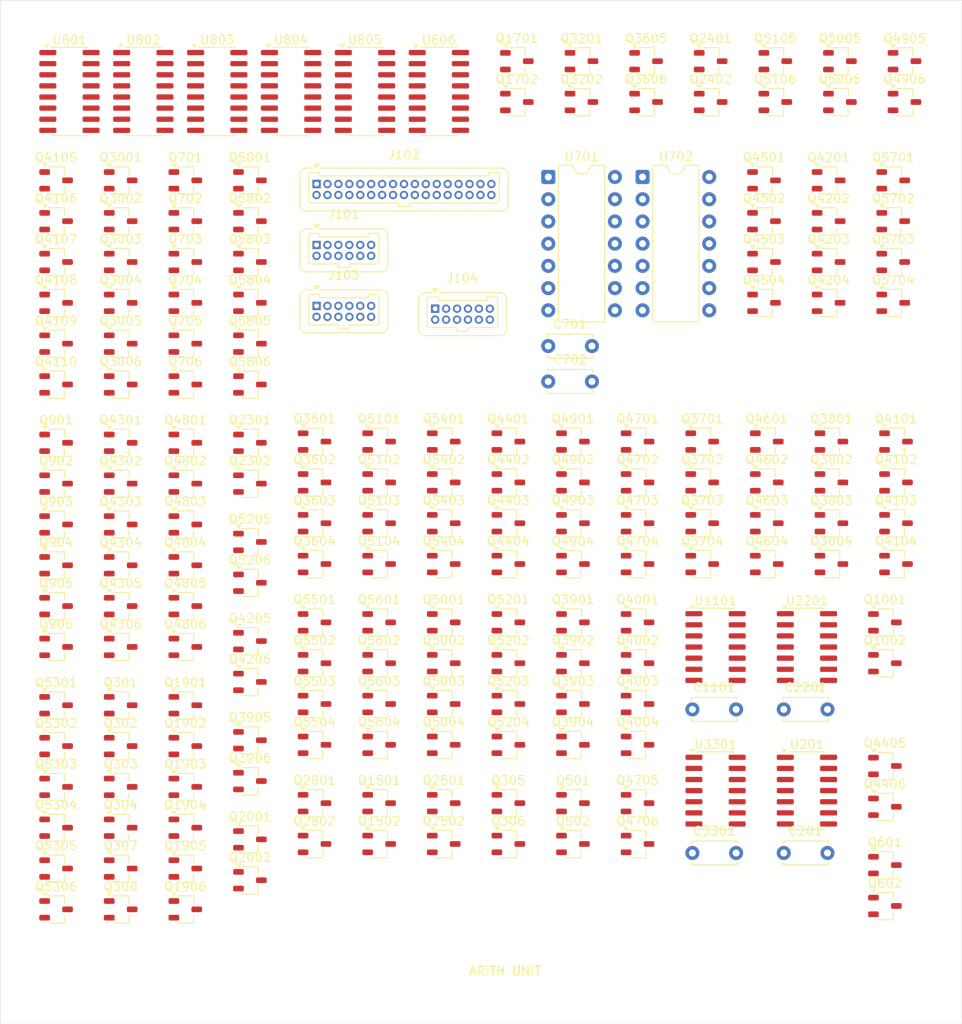
<source format=kicad_pcb>
(kicad_pcb (version 20241229) (generator "pcbnew") (generator_version "9.0")
  (layers (0 "F.Cu" signal) (2 "B.Cu" signal) (13 "F.Paste" user) (15 "B.Paste" user) (5 "F.SilkS" user "F.Silkscreen") (7 "B.SilkS" user "B.Silkscreen") (1 "F.Mask" user) (3 "B.Mask" user) (25 "Edge.Cuts" user))
  (net 0 "")
  (net 1 "GND")
  (net 2 "VCC")
  (net 73 "Net-(Q301-D)")
  (net 74 "/M")
  (net 75 "Net-(Q302-D)")
  (net 76 "/CTRL1")
  (net 77 "/adder8/adder2_1/and2_1/nand2_1/Y")
  (net 78 "/adder8/adder2_1/and2_1/Y")
  (net 79 "/C_IN")
  (net 80 "/adder8/adder2_1/and2_3/Y")
  (net 81 "/adder8/adder2_1/and2_3/nand2_1/Y")
  (net 82 "/adder8/adder2_1/and2_4/Y")
  (net 83 "/adder8/adder2_1/and2_4/nand2_1/Y")
  (net 84 "Net-(Q701-D)")
  (net 85 "Net-(Q702-D)")
  (net 86 "/adder8/adder2_1/and2_2/Y")
  (net 87 "/adder8/adder2_1/and2_3/A")
  (net 88 "Net-(Q901-D)")
  (net 89 "/CTRL4")
  (net 90 "Net-(Q902-D)")
  (net 91 "/CTRL0")
  (net 92 "/adder8/adder2_1/and2_2/nand2_1/Y")
  (net 93 "/adder8/adder2_2/and2_2/Y")
  (net 94 "/adder8/adder2_2/and2_2/nand2_1/Y")
  (net 95 "/adder8/adder2_2/and2_1/Y")
  (net 96 "/adder8/adder2_2/and2_1/nand2_1/Y")
  (net 97 "Net-(Q1901-D)")
  (net 98 "Net-(Q1902-D)")
  (net 99 "/adder8/adder2_2/and2_3/A")
  (net 100 "/adder8/adder2_3/and2_2/Y")
  (net 101 "/adder8/adder2_3/and2_2/nand2_1/Y")
  (net 102 "/adder8/adder2_2/and2_4/Y")
  (net 103 "/adder8/adder2_2/and2_4/nand2_1/Y")
  (net 104 "/adder8/adder2_4/and2_2/nand2_1/Y")
  (net 105 "/adder8/adder2_4/and2_2/Y")
  (net 106 "/adder8/adder2_2/and2_3/nand2_1/Y")
  (net 107 "/adder8/adder2_2/and2_3/Y")
  (net 108 "/adder8/adder2_3/and2_1/nand2_1/Y")
  (net 109 "/adder8/adder2_3/and2_1/Y")
  (net 110 "Net-(Q3001-D)")
  (net 111 "Net-(Q3002-D)")
  (net 112 "/adder8/adder2_3/and2_3/A")
  (net 113 "/adder8/adder2_3/and2_3/Y")
  (net 114 "/adder8/adder2_3/and2_3/nand2_1/Y")
  (net 115 "/and2_3/nand2_1/Y")
  (net 116 "/and2_3/B")
  (net 117 "Net-(Q3602-S)")
  (net 118 "/adder8/adder2_4/and2_3/nand2_1/Y")
  (net 119 "/adder8/adder2_4/and2_3/Y")
  (net 120 "/and2_1/A")
  (net 121 "/and2_1/nand2_1/Y")
  (net 122 "/and2_1/B")
  (net 123 "Net-(Q3702-S)")
  (net 124 "/and2_2/nand2_1/Y")
  (net 125 "Net-(Q3802-S)")
  (net 126 "Net-(Q3902-S)")
  (net 127 "/adder8/adder2_1/and2_1/B")
  (net 128 "/adder8/adder2_4/and2_1/nand2_1/Y")
  (net 129 "/adder8/adder2_4/and2_1/Y")
  (net 130 "A0")
  (net 131 "/adder8/B0")
  (net 132 "Net-(Q4002-S)")
  (net 133 "Net-(Q4102-S)")
  (net 134 "/adder8/adder2_1/and2_3/B")
  (net 135 "Net-(Q4105-D)")
  (net 136 "Net-(Q4106-D)")
  (net 137 "/adder8/adder2_4/and2_3/A")
  (net 138 "A1")
  (net 139 "/adder8/B1")
  (net 140 "Net-(Q4202-S)")
  (net 141 "/adder8/adder2_3/and2_4/Y")
  (net 142 "/adder8/adder2_3/and2_4/nand2_1/Y")
  (net 143 "/adder8/adder2_1/or2_2/A")
  (net 144 "Net-(Q4301-D)")
  (net 145 "Net-(Q4302-D)")
  (net 146 "/adder8/adder2_1/C_OUT")
  (net 147 "/adder8/adder2_2/and2_1/B")
  (net 148 "Net-(Q4402-S)")
  (net 149 "/adder8/adder2_4/and2_4/nand2_1/Y")
  (net 150 "/adder8/adder2_4/and2_4/Y")
  (net 151 "A2")
  (net 152 "Net-(Q4502-S)")
  (net 153 "/adder8/B2")
  (net 154 "/adder8/adder2_2/and2_3/B")
  (net 155 "Net-(Q4602-S)")
  (net 156 "A3")
  (net 157 "/adder8/B3")
  (net 158 "Net-(Q4702-S)")
  (net 159 "/B_SEL0")
  (net 160 "Net-(Q4801-D)")
  (net 161 "/adder8/adder2_2/or2_2/A")
  (net 162 "Net-(Q4802-D)")
  (net 163 "/adder8/adder2_2/C_OUT")
  (net 164 "Net-(Q4902-S)")
  (net 165 "/adder8/adder2_3/and2_1/B")
  (net 166 "/CTRL2")
  (net 167 "A4")
  (net 168 "/adder8/B4")
  (net 169 "Net-(Q5002-S)")
  (net 170 "Net-(Q5102-S)")
  (net 171 "/adder8/adder2_3/and2_3/B")
  (net 172 "A5")
  (net 173 "Net-(Q5202-S)")
  (net 174 "/adder8/B5")
  (net 175 "/B_SEL1")
  (net 176 "/adder8/adder2_3/or2_2/A")
  (net 177 "Net-(Q5301-D)")
  (net 178 "Net-(Q5302-D)")
  (net 179 "/adder8/adder2_3/C_OUT")
  (net 180 "/adder8/adder2_4/and2_1/B")
  (net 181 "Net-(Q5402-S)")
  (net 182 "A6")
  (net 183 "Net-(Q5502-S)")
  (net 184 "/adder8/B6")
  (net 185 "/adder8/adder2_4/and2_3/B")
  (net 186 "Net-(Q5602-S)")
  (net 187 "A7")
  (net 188 "/adder8/B7")
  (net 189 "Net-(Q5702-S)")
  (net 190 "Net-(Q5801-D)")
  (net 191 "/adder8/adder2_4/or2_2/A")
  (net 192 "Net-(Q5802-D)")
  (net 193 "C_OUT")
  (net 194 "SUM1")
  (net 195 "SUM0")
  (net 196 "/4to1mux1/Y0")
  (net 197 "/4to1mux1/Y1")
  (net 198 "/4to1mux1/Y3")
  (net 199 "/4to1mux1/Y2")
  (net 200 "/4to1mux1/Y4")
  (net 201 "/4to1mux1/Y5")
  (net 202 "/4to1mux1/Y6")
  (net 203 "/4to1mux1/Y7")
  (net 204 "Net-(U801-Za)")
  (net 205 "Net-(U801-Zc)")
  (net 206 "B0")
  (net 207 "/4to1mux1/B0")
  (net 208 "Net-(U801-Zb)")
  (net 209 "B2")
  (net 210 "B3")
  (net 211 "B1")
  (net 212 "Net-(U801-Zd)")
  (net 213 "Net-(U802-Zc)")
  (net 214 "B5")
  (net 215 "Net-(U802-Zb)")
  (net 216 "B4")
  (net 217 "B7")
  (net 218 "Net-(U802-Za)")
  (net 219 "Net-(U802-Zd)")
  (net 220 "B6")
  (net 221 "Net-(U803-Zb)")
  (net 222 "Net-(U803-Za)")
  (net 223 "Net-(U803-Zc)")
  (net 224 "Net-(U803-Zd)")
  (net 225 "Net-(U804-Za)")
  (net 226 "Net-(U804-Zc)")
  (net 227 "Net-(U804-Zb)")
  (net 228 "Net-(U804-Zd)")
  (net 229 "SUM3")
  (net 230 "SUM2")
  (net 231 "SUM5")
  (net 232 "SUM4")
  (net 233 "SUM7")
  (net 234 "SUM6")
  (footprint "Package_TO_SOT_SMD:TSOT-23" (layer "F.Cu") (at 81.17 54.085)
    (property "Reference" "Q701")
    (property "Value" "NMOS")
  )
  (footprint "Package_TO_SOT_SMD:TSOT-23" (layer "F.Cu") (at 118.12 83.935)
    (property "Reference" "Q4401")
    (property "Value" "PMOS")
  )
  (footprint "Capacitor_THT:C_Disc_D5.0mm_W2.5mm_P5.00mm" (layer "F.Cu") (at 122.68 73.02)
    (property "Reference" "C701")
    (property "Value" "100nF")
  )
  (footprint "Package_TO_SOT_SMD:TSOT-23" (layer "F.Cu") (at 73.78 98.07)
    (property "Reference" "Q4304")
    (property "Value" "NMOS")
  )
  (footprint "Package_TO_SOT_SMD:TSOT-23" (layer "F.Cu") (at 88.56 58.75)
    (property "Reference" "Q5802")
    (property "Value" "PMOS")
  )
  (footprint "Package_TO_SOT_SMD:TSOT-23" (layer "F.Cu") (at 147.68 93.265)
    (property "Reference" "Q4603")
    (property "Value" "NMOS")
  )
  (footprint "Package_TO_SOT_SMD:TSOT-23" (layer "F.Cu") (at 125.51 113.925)
    (property "Reference" "Q3903")
    (property "Value" "NMOS")
  )
  (footprint "Package_TO_SOT_SMD:TSOT-23" (layer "F.Cu") (at 103.34 93.265)
    (property "Reference" "Q5103")
    (property "Value" "NMOS")
  )
  (footprint "Package_TO_SOT_SMD:TSOT-23" (layer "F.Cu") (at 81.17 102.735)
    (property "Reference" "Q4805")
    (property "Value" "PMOS")
  )
  (footprint "Package_TO_SOT_SMD:TSOT-23" (layer "F.Cu") (at 162.14 58.75)
    (property "Reference" "Q5702")
    (property "Value" "NMOS")
  )
  (footprint "Package_TO_SOT_SMD:TSOT-23" (layer "F.Cu") (at 119.09 45.13)
    (property "Reference" "Q1702")
    (property "Value" "NMOS")
  )
  (footprint "Package_TO_SOT_SMD:TSOT-23" (layer "F.Cu") (at 95.95 109.26)
    (property "Reference" "Q5502")
    (property "Value" "NMOS")
  )
  (footprint "Package_TO_SOT_SMD:TSOT-23" (layer "F.Cu") (at 66.39 58.75)
    (property "Reference" "Q4106")
    (property "Value" "PMOS")
  )
  (footprint "Package_TO_SOT_SMD:TSOT-23" (layer "F.Cu") (at 148.65 45.13)
    (property "Reference" "Q5106")
    (property "Value" "NMOS")
  )
  (footprint "Package_TO_SOT_SMD:TSOT-23" (layer "F.Cu") (at 125.51 104.595)
    (property "Reference" "Q3901")
    (property "Value" "PMOS")
  )
  (footprint "Package_TO_SOT_SMD:TSOT-23" (layer "F.Cu") (at 95.95 113.925)
    (property "Reference" "Q5503")
    (property "Value" "NMOS")
  )
  (footprint "Package_TO_SOT_SMD:TSOT-23" (layer "F.Cu") (at 88.56 63.415)
    (property "Reference" "Q5803")
    (property "Value" "PMOS")
  )
  (footprint "Package_TO_SOT_SMD:TSOT-23" (layer "F.Cu") (at 73.78 132.725)
    (property "Reference" "Q307")
    (property "Value" "PMOS")
  )
  (footprint "Capacitor_THT:C_Disc_D5.0mm_W2.5mm_P5.00mm" (layer "F.Cu") (at 139.17 130.95)
    (property "Reference" "C3301")
    (property "Value" "100nF")
  )
  (footprint "Package_TO_SOT_SMD:TSOT-23" (layer "F.Cu") (at 66.39 132.725)
    (property "Reference" "Q5305")
    (property "Value" "PMOS")
  )
  (footprint "Package_TO_SOT_SMD:TSOT-23" (layer "F.Cu") (at 155.07 83.935)
    (property "Reference" "Q3801")
    (property "Value" "PMOS")
  )
  (footprint "Package_TO_SOT_SMD:TSOT-23" (layer "F.Cu") (at 125.51 97.93)
    (property "Reference" "Q4904")
    (property "Value" "PMOS")
  )
  (footprint "Package_TO_SOT_SMD:TSOT-23" (layer "F.Cu") (at 125.51 129.92)
    (property "Reference" "Q502")
    (property "Value" "NMOS")
  )
  (footprint "Connector_Harwin:Harwin_Gecko-G125-FVX3405L0X_2x17_P1.25mm_Vertical" (layer "F.Cu") (at 96.18 54.505)
    (property "Reference" "J102")
    (property "Value" "Conn_01x34_Pin")
  )
  (footprint "Package_DIP:DIP-14_W7.62mm" (layer "F.Cu") (at 133.47 53.7)
    (property "Reference" "U702")
    (property "Value" "74HC86")
  )
  (footprint "Package_TO_SOT_SMD:TSOT-23" (layer "F.Cu") (at 154.75 68.08)
    (property "Reference" "Q4204")
    (property "Value" "PMOS")
  )
  (footprint "Package_TO_SOT_SMD:TSOT-23" (layer "F.Cu") (at 156.04 45.13)
    (property "Reference" "Q5006")
    (property "Value" "NMOS")
  )
  (footprint "Package_TO_SOT_SMD:TSOT-23" (layer "F.Cu") (at 81.17 118.73)
    (property "Reference" "Q1902")
    (property "Value" "PMOS")
  )
  (footprint "Package_TO_SOT_SMD:TSOT-23" (layer "F.Cu") (at 88.56 84.075)
    (property "Reference" "Q2301")
    (property "Value" "PMOS")
  )
  (footprint "Package_TO_SOT_SMD:TSOT-23" (layer "F.Cu") (at 132.9 88.6)
    (property "Reference" "Q4702")
    (property "Value" "NMOS")
  )
  (footprint "Package_TO_SOT_SMD:TSOT-23" (layer "F.Cu") (at 73.78 77.41)
    (property "Reference" "Q3006")
    (property "Value" "NMOS")
  )
  (footprint "Package_TO_SOT_SMD:TSOT-23" (layer "F.Cu") (at 66.39 107.4)
    (property "Reference" "Q906")
    (property "Value" "NMOS")
  )
  (footprint "Package_TO_SOT_SMD:TSOT-23" (layer "F.Cu") (at 133.87 45.13)
    (property "Reference" "Q3606")
    (property "Value" "NMOS")
  )
  (footprint "Package_TO_SOT_SMD:TSOT-23" (layer "F.Cu") (at 66.39 54.085)
    (property "Reference" "Q4105")
    (property "Value" "NMOS")
  )
  (footprint "Package_TO_SOT_SMD:TSOT-23" (layer "F.Cu") (at 140.29 97.93)
    (property "Reference" "Q3704")
    (property "Value" "PMOS")
  )
  (footprint "Package_TO_SOT_SMD:TSOT-23" (layer "F.Cu") (at 81.17 88.74)
    (property "Reference" "Q4802")
    (property "Value" "PMOS")
  )
  (footprint "Package_TO_SOT_SMD:TSOT-23" (layer "F.Cu") (at 73.78 58.75)
    (property "Reference" "Q3002")
    (property "Value" "PMOS")
  )
  (footprint "Package_TO_SOT_SMD:TSOT-23" (layer "F.Cu") (at 126.48 45.13)
    (property "Reference" "Q3202")
    (property "Value" "NMOS")
  )
  (footprint "Package_SO:SOIC-16_3.9x9.9mm_P1.27mm" (layer "F.Cu") (at 76.37 43.925)
    (property "Reference" "U802")
    (property "Value" "74HC157")
  )
  (footprint "Package_TO_SOT_SMD:TSOT-23" (layer "F.Cu") (at 73.78 102.735)
    (property "Reference" "Q4305")
    (property "Value" "PMOS")
  )
  (footprint "Package_TO_SOT_SMD:TSOT-23" (layer "F.Cu") (at 162.46 88.6)
    (property "Reference" "Q4102")
    (property "Value" "NMOS")
  )
  (footprint "Package_SO:SOIC-14_3.9x8.7mm_P1.27mm" (layer "F.Cu") (at 141.82 123.825)
    (property "Reference" "U3301")
    (property "Value" "74HC86")
  )
  (footprint "Package_TO_SOT_SMD:TSOT-23" (layer "F.Cu") (at 73.78 84.075)
    (property "Reference" "Q4301")
    (property "Value" "NMOS")
  )
  (footprint "Package_TO_SOT_SMD:TSOT-23" (layer "F.Cu") (at 118.12 125.255)
    (property "Reference" "Q305")
    (property "Value" "PMOS")
  )
  (footprint "Package_TO_SOT_SMD:TSOT-23" (layer "F.Cu") (at 66.39 68.08)
    (property "Reference" "Q4108")
    (property "Value" "NMOS")
  )
  (footprint "Package_SO:SOIC-16_3.9x9.9mm_P1.27mm" (layer "F.Cu") (at 67.92 43.925)
    (property "Reference" "U801")
    (property "Value" "74HC157")
  )
  (footprint "Package_TO_SOT_SMD:TSOT-23" (layer "F.Cu") (at 162.14 54.085)
    (property "Reference" "Q5701")
    (property "Value" "PMOS")
  )
  (footprint "Package_TO_SOT_SMD:TSOT-23" (layer "F.Cu") (at 95.95 97.93)
    (property "Reference" "Q3604")
    (property "Value" "PMOS")
  )
  (footprint "Package_TO_SOT_SMD:TSOT-23" (layer "F.Cu") (at 132.9 83.935)
    (property "Reference" "Q4701")
    (property "Value" "PMOS")
  )
  (footprint "Package_TO_SOT_SMD:TSOT-23" (layer "F.Cu") (at 88.56 111.4)
    (property "Reference" "Q4206")
    (property "Value" "NMOS")
  )
  (footprint "Package_TO_SOT_SMD:TSOT-23" (layer "F.Cu") (at 125.51 83.935)
    (property "Reference" "Q4901")
    (property "Value" "PMOS")
  )
  (footprint "Package_TO_SOT_SMD:TSOT-23" (layer "F.Cu") (at 162.14 68.08)
    (property "Reference" "Q5704")
    (property "Value" "PMOS")
  )
  (footprint "Package_TO_SOT_SMD:TSOT-23" (layer "F.Cu") (at 110.73 93.265)
    (property "Reference" "Q5403")
    (property "Value" "NMOS")
  )
  (footprint "Package_TO_SOT_SMD:TSOT-23" (layer "F.Cu") (at 118.12 129.92)
    (property "Reference" "Q306")
    (property "Value" "NMOS")
  )
  (footprint "Package_SO:SOIC-16_3.9x9.9mm_P1.27mm" (layer "F.Cu") (at 110.17 43.925)
    (property "Reference" "U806")
    (property "Value" "74HC157")
  )
  (footprint "Package_TO_SOT_SMD:TSOT-23" (layer "F.Cu") (at 73.78 123.395)
    (property "Reference" "Q303")
    (property "Value" "PMOS")
  )
  (footprint "Package_TO_SOT_SMD:TSOT-23" (layer "F.Cu") (at 103.34 97.93)
    (property "Reference" "Q5104")
    (property "Value" "PMOS")
  )
  (footprint "Package_TO_SOT_SMD:TSOT-23" (layer "F.Cu") (at 66.39 84.075)
    (property "Reference" "Q901")
    (property "Value" "NMOS")
  )
  (footprint "Package_TO_SOT_SMD:TSOT-23" (layer "F.Cu") (at 66.39 72.745)
    (property "Reference" "Q4109")
    (property "Value" "PMOS")
  )
  (footprint "Package_TO_SOT_SMD:TSOT-23" (layer "F.Cu") (at 103.34 118.59)
    (property "Reference" "Q5604")
    (property "Value" "PMOS")
  )
  (footprint "Package_TO_SOT_SMD:TSOT-23" (layer "F.Cu") (at 66.39 118.73)
    (property "Reference" "Q5302")
    (property "Value" "PMOS")
  )
  (footprint "Package_TO_SOT_SMD:TSOT-23" (layer "F.Cu") (at 103.34 109.26)
    (property "Reference" "Q5602")
    (property "Value" "NMOS")
  )
  (footprint "Package_TO_SOT_SMD:TSOT-23" (layer "F.Cu") (at 81.17 114.065)
    (property "Reference" "Q1901")
    (property "Value" "NMOS")
  )
  (footprint "Package_TO_SOT_SMD:TSOT-23" (layer "F.Cu") (at 66.39 63.415)
    (property "Reference" "Q4107")
    (property "Value" "PMOS")
  )
  (footprint "Package_TO_SOT_SMD:TSOT-23" (layer "F.Cu") (at 88.56 129.395)
    (property "Reference" "Q2001")
    (property "Value" "PMOS")
  )
  (footprint "Package_TO_SOT_SMD:TSOT-23" (layer "F.Cu") (at 110.73 125.255)
    (property "Reference" "Q2501")
    (property "Value" "PMOS")
  )
  (footprint "Package_TO_SOT_SMD:TSOT-23" (layer "F.Cu") (at 125.51 109.26)
    (property "Reference" "Q3902")
    (property "Value" "NMOS")
  )
  (footprint "Package_TO_SOT_SMD:TSOT-23" (layer "F.Cu") (at 66.39 102.735)
    (property "Reference" "Q905")
    (property "Value" "PMOS")
  )
  (footprint "Package_TO_SOT_SMD:TSOT-23" (layer "F.Cu") (at 132.9 118.59)
    (property "Reference" "Q4004")
    (property "Value" "PMOS")
  )
  (footprint "Package_TO_SOT_SMD:TSOT-23" (layer "F.Cu") (at 162.46 97.93)
    (property "Reference" "Q4104")
    (property "Value" "PMOS")
  )
  (footprint "Package_TO_SOT_SMD:TSOT-23" (layer "F.Cu") (at 66.39 123.395)
    (property "Reference" "Q5303")
    (property "Value" "PMOS")
  )
  (footprint "Package_TO_SOT_SMD:TSOT-23" (layer "F.Cu") (at 147.68 97.93)
    (property "Reference" "Q4604")
    (property "Value" "PMOS")
  )
  (footprint "Package_TO_SOT_SMD:TSOT-23" (layer "F.Cu") (at 103.34 113.925)
    (property "Reference" "Q5603")
    (property "Value" "NMOS")
  )
  (footprint "Package_TO_SOT_SMD:TSOT-23" (layer "F.Cu") (at 110.73 129.92)
    (property "Reference" "Q2502")
    (property "Value" "NMOS")
  )
  (footprint "Package_TO_SOT_SMD:TSOT-23" (layer "F.Cu") (at 95.95 104.595)
    (property "Reference" "Q5501")
    (property "Value" "PMOS")
  )
  (footprint "Package_TO_SOT_SMD:TSOT-23" (layer "F.Cu") (at 73.78 88.74)
    (property "Reference" "Q4302")
    (property "Value" "PMOS")
  )
  (footprint "Package_TO_SOT_SMD:TSOT-23" (layer "F.Cu") (at 66.39 98.07)
    (property "Reference" "Q904")
    (property "Value" "NMOS")
  )
  (footprint "Package_TO_SOT_SMD:TSOT-23" (layer "F.Cu") (at 132.9 125.255)
    (property "Reference" "Q4705")
    (property "Value" "PMOS")
  )
  (footprint "Connector_Harwin:Harwin_Gecko-G125-FVX1205L0X_2x06_P1.25mm_Vertical" (layer "F.Cu") (at 109.75 68.75)
    (property "Reference" "J104")
    (property "Value" "Conn_01x12_Pin")
  )
  (footprint "Package_TO_SOT_SMD:TSOT-23" (layer "F.Cu") (at 110.73 109.26)
    (property "Reference" "Q5002")
    (property "Value" "NMOS")
  )
  (footprint "Package_TO_SOT_SMD:TSOT-23" (layer "F.Cu") (at 148.65 40.465)
    (property "Reference" "Q5105")
    (property "Value" "PMOS")
  )
  (footprint "Package_TO_SOT_SMD:TSOT-23" (layer "F.Cu") (at 141.26 45.13)
    (property "Reference" "Q2402")
    (property "Value" "NMOS")
  )
  (footprint "Package_TO_SOT_SMD:TSOT-23" (layer "F.Cu") (at 118.12 93.265)
    (property "Reference" "Q4403")
    (property "Value" "NMOS")
  )
  (footprint "Package_TO_SOT_SMD:TSOT-23" (layer "F.Cu") (at 66.39 77.41)
    (property "Reference" "Q4110")
    (property "Value" "NMOS")
  )
  (footprint "Package_TO_SOT_SMD:TSOT-23" (layer "F.Cu") (at 147.36 63.415)
    (property "Reference" "Q4503")
    (property "Value" "NMOS")
  )
  (footprint "Package_TO_SOT_SMD:TSOT-23" (layer "F.Cu") (at 110.73 88.6)
    (property "Reference" "Q5402")
    (property "Value" "NMOS")
  )
  (footprint "Package_SO:SOIC-14_3.9x8.7mm_P1.27mm" (layer "F.Cu") (at 141.82 107.415)
    (property "Reference" "U1101")
    (property "Value" "74HC86")
  )
  (footprint "Package_TO_SOT_SMD:TSOT-23" (layer "F.Cu") (at 118.12 118.59)
    (property "Reference" "Q5204")
    (property "Value" "PMOS")
  )
  (footprint "Package_TO_SOT_SMD:TSOT-23" (layer "F.Cu") (at 81.17 128.06)
    (property "Reference" "Q1904")
    (property "Value" "NMOS")
  )
  (footprint "Package_SO:SOIC-16_3.9x9.9mm_P1.27mm" (layer "F.Cu") (at 84.82 43.925)
    (property "Reference" "U803")
    (property "Value" "74HC157")
  )
  (footprint "Package_TO_SOT_SMD:TSOT-23" (layer "F.Cu") (at 147.68 88.6)
    (property "Reference" "Q4602")
    (property "Value" "NMOS")
  )
  (footprint "Package_TO_SOT_SMD:TSOT-23" (layer "F.Cu") (at 95.95 129.92)
    (property "Reference" "Q2802")
    (property "Value" "NMOS")
  )
  (footprint "Package_TO_SOT_SMD:TSOT-23" (layer "F.Cu") (at 161.19 125.67)
    (property "Reference" "Q4406")
    (property "Value" "NMOS")
  )
  (footprint "Capacitor_THT:C_Disc_D5.0mm_W2.5mm_P5.00mm" (layer "F.Cu") (at 149.62 114.54)
    (property "Reference" "C2201")
    (property "Value" "100nF")
  )
  (footprint "Package_TO_SOT_SMD:TSOT-23" (layer "F.Cu") (at 110.73 118.59)
    (property "Reference" "Q5004")
    (property "Value" "PMOS")
  )
  (footprint "Package_TO_SOT_SMD:TSOT-23" (layer "F.Cu") (at 88.56 134.06)
    (property "Reference" "Q2002")
    (property "Value" "NMOS")
  )
  (footprint "Package_TO_SOT_SMD:TSOT-23" (layer "F.Cu") (at 81.17 77.41)
    (property "Reference" "Q706")
    (property "Value" "NMOS")
  )
  (footprint "Package_TO_SOT_SMD:TSOT-23" (layer "F.Cu") (at 125.51 88.6)
    (property "Reference" "Q4902")
    (property "Value" "NMOS")
  )
  (footprint "Package_TO_SOT_SMD:TSOT-23" (layer "F.Cu") (at 81.17 58.75)
    (property "Reference" "Q702")
    (property "Value" "PMOS")
  )
  (footprint "Package_TO_SOT_SMD:TSOT-23" (layer "F.Cu") (at 147.68 83.935)
    (property "Reference" "Q4601")
    (property "Value" "PMOS")
  )
  (footprint "Package_TO_SOT_SMD:TSOT-23" (layer "F.Cu") (at 132.9 109.26)
    (property "Reference" "Q4002")
    (property "Value" "NMOS")
  )
  (footprint "Package_TO_SOT_SMD:TSOT-23" (layer "F.Cu") (at 103.34 125.255)
    (property "Reference" "Q1501")
    (property "Value" "PMOS")
  )
  (footprint "Package_TO_SOT_SMD:TSOT-23" (layer "F.Cu") (at 133.87 40.465)
    (property "Reference" "Q3605")
    (property "Value" "PMOS")
  )
  (footprint "Package_TO_SOT_SMD:TSOT-23" (layer "F.Cu") (at 161.19 121.005)
    (property "Reference" "Q4405")
    (property "Value" "PMOS")
  )
  (footprint "Package_TO_SOT_SMD:TSOT-23" (layer "F.Cu") (at 161.19 104.595)
    (property "Reference" "Q1001")
    (property "Value" "PMOS")
  )
  (footprint "Package_TO_SOT_SMD:TSOT-23" (layer "F.Cu") (at 155.07 93.265)
    (property "Reference" "Q3803")
    (property "Value" "NMOS")
  )
  (footprint "Package_TO_SOT_SMD:TSOT-23" (layer "F.Cu") (at 66.39 88.74)
    (property "Reference" "Q902")
    (property "Value" "PMOS")
  )
  (footprint "Package_TO_SOT_SMD:TSOT-23" (layer "F.Cu") (at 73.78 54.085)
    (property "Reference" "Q3001")
    (property "Value" "NMOS")
  )
  (footprint "Package_TO_SOT_SMD:TSOT-23" (layer "F.Cu") (at 81.17 137.39)
    (property "Reference" "Q1906")
    (property "Value" "NMOS")
  )
  (footprint "Package_TO_SOT_SMD:TSOT-23" (layer "F.Cu") (at 88.56 106.735)
    (property "Reference" "Q4205")
    (property "Value" "PMOS")
  )
  (footprint "Package_TO_SOT_SMD:TSOT-23" (layer "F.Cu") (at 141.26 40.465)
    (property "Reference" "Q2401")
    (property "Value" "PMOS")
  )
  (footprint "Package_TO_SOT_SMD:TSOT-23" (layer "F.Cu") (at 66.39 128.06)
    (property "Reference" "Q5304")
    (property "Value" "NMOS")
  )
  (footprint "Package_TO_SOT_SMD:TSOT-23" (layer "F.Cu") (at 88.56 122.73)
    (property "Reference" "Q3906")
    (property "Value" "NMOS")
  )
  (footprint "Package_TO_SOT_SMD:TSOT-23" (layer "F.Cu") (at 81.17 93.405)
    (property "Reference" "Q4803")
    (property "Value" "PMOS")
  )
  (footprint "Package_TO_SOT_SMD:TSOT-23" (layer "F.Cu") (at 140.29 93.265)
    (property "Reference" "Q3703")
    (property "Value" "NMOS")
  )
  (footprint "Package_TO_SOT_SMD:TSOT-23" (layer "F.Cu") (at 162.46 83.935)
    (property "Reference" "Q4101")
    (property "Value" "PMOS")
  )
  (footprint "Package_TO_SOT_SMD:TSOT-23" (layer "F.Cu") (at 125.51 93.265)
    (property "Reference" "Q4903")
    (property "Value" "NMOS")
  )
  (footprint "Capacitor_THT:C_Disc_D5.0mm_W2.5mm_P5.00mm" (layer "F.Cu") (at 139.17 114.54)
    (property "Reference" "C1101")
    (property "Value" "100nF")
  )
  (footprint "Package_TO_SOT_SMD:TSOT-23" (layer "F.Cu") (at 118.12 109.26)
    (property "Reference" "Q5202")
    (property "Value" "NMOS")
  )
  (footprint "Package_TO_SOT_SMD:TSOT-23" (layer "F.Cu") (at 73.78 128.06)
    (property "Reference" "Q304")
    (property "Value" "NMOS")
  )
  (footprint "Package_TO_SOT_SMD:TSOT-23" (layer "F.Cu") (at 81.17 132.725)
    (property "Reference" "Q1905")
    (property "Value" "PMOS")
  )
  (footprint "Package_TO_SOT_SMD:TSOT-23" (layer "F.Cu") (at 110.73 97.93)
    (property "Reference" "Q5404")
    (property "Value" "PMOS")
  )
  (footprint "Package_TO_SOT_SMD:TSOT-23" (layer "F.Cu") (at 132.9 104.595)
    (property "Reference" "Q4001")
    (property "Value" "PMOS")
  )
  (footprint "Package_TO_SOT_SMD:TSOT-23" (layer "F.Cu") (at 103.34 104.595)
    (property "Reference" "Q5601")
    (property "Value" "PMOS")
  )
  (footprint "Package_TO_SOT_SMD:TSOT-23" (layer "F.Cu") (at 163.43 40.465)
    (property "Reference" "Q4905")
    (property "Value" "PMOS")
  )
  (footprint "Package_TO_SOT_SMD:TSOT-23" (layer "F.Cu") (at 81.17 84.075)
    (property "Reference" "Q4801")
    (property "Value" "NMOS")
  )
  (footprint "Package_TO_SOT_SMD:TSOT-23" (layer "F.Cu") (at 66.39 114.065)
    (property "Reference" "Q5301")
    (property "Value" "NMOS")
  )
  (footprint "Package_TO_SOT_SMD:TSOT-23" (layer "F.Cu") (at 132.9 113.925)
    (property "Reference" "Q4003")
    (property "Value" "NMOS")
  )
  (footprint "Package_TO_SOT_SMD:TSOT-23" (layer "F.Cu") (at 154.75 54.085)
    (property "Reference" "Q4201")
    (property "Value" "PMOS")
  )
  (footprint "Package_TO_SOT_SMD:TSOT-23" (layer "F.Cu") (at 73.78 72.745)
    (property "Reference" "Q3005")
    (property "Value" "PMOS")
  )
  (footprint "Package_TO_SOT_SMD:TSOT-23" (layer "F.Cu") (at 88.56 54.085)
    (property "Reference" "Q5801")
    (property "Value" "NMOS")
  )
  (footprint "Package_TO_SOT_SMD:TSOT-23" (layer "F.Cu") (at 81.17 107.4)
    (property "Reference" "Q4806")
    (property "Value" "NMOS")
  )
  (footprint "Package_TO_SOT_SMD:TSOT-23" (layer "F.Cu") (at 88.56 95.405)
    (property "Reference" "Q5205")
    (property "Value" "PMOS")
  )
  (footprint "Package_TO_SOT_SMD:TSOT-23" (layer "F.Cu") (at 147.36 54.085)
    (property "Reference" "Q4501")
    (property "Value" "PMOS")
  )
  (footprint "Package_TO_SOT_SMD:TSOT-23" (layer "F.Cu") (at 155.07 88.6)
    (property "Reference" "Q3802")
    (property "Value" "NMOS")
  )
  (footprint "Package_TO_SOT_SMD:TSOT-23" (layer "F.Cu") (at 118.12 97.93)
    (property "Reference" "Q4404")
    (property "Value" "PMOS")
  )
  (footprint "Package_TO_SOT_SMD:TSOT-23" (layer "F.Cu") (at 103.34 129.92)
    (property "Reference" "Q1502")
    (property "Value" "NMOS")
  )
  (footprint "Capacitor_THT:C_Disc_D5.0mm_W2.5mm_P5.00mm" (layer "F.Cu") (at 149.62 130.95)
    (property "Reference" "C201")
    (property "Value" "100nF")
  )
  (footprint "Package_TO_SOT_SMD:TSOT-23" (layer "F.Cu") (at 66.39 93.405)
    (property "Reference" "Q903")
    (property "Value" "PMOS")
  )
  (footprint "Capacitor_THT:C_Disc_D5.0mm_W2.5mm_P5.00mm" (layer "F.Cu") (at 122.68 77.07)
    (property "Reference" "C702")
    (property "Value" "100nF")
  )
  (footprint "Package_TO_SOT_SMD:TSOT-23" (layer "F.Cu") (at 88.56 77.41)
    (property "Reference" "Q5806")
    (property "Value" "NMOS")
  )
  (footprint "Package_TO_SOT_SMD:TSOT-23" (layer "F.Cu") (at 88.56 88.74)
    (property "Reference" "Q2302")
    (property "Value" "NMOS")
  )
  (footprint "Package_TO_SOT_SMD:TSOT-23" (layer "F.Cu") (at 154.75 58.75)
    (property "Reference" "Q4202")
    (property "Value" "NMOS")
  )
  (footprint "Package_TO_SOT_SMD:TSOT-23" (layer "F.Cu") (at 95.95 88.6)
    (property "Reference" "Q3602")
    (property "Value" "NMOS")
  )
  (footprint "Package_TO_SOT_SMD:TSOT-23" (layer "F.Cu") (at 110.73 113.925)
    (property "Reference" "Q5003")
    (property "Value" "NMOS")
  )
  (footprint "Package_TO_SOT_SMD:TSOT-23" (layer "F.Cu") (at 88.56 72.745)
    (property "Reference" "Q5805")
    (property "Value" "PMOS")
  )
  (footprint "Package_TO_SOT_SMD:TSOT-23" (layer "F.Cu") (at 66.39 137.39)
    (property "Reference" "Q5306")
    (property "Value" "NMOS")
  )
  (footprint "Package_TO_SOT_SMD:TSOT-23" (layer "F.Cu") (at 95.95 118.59)
    (property "Reference" "Q5504")
    (property "Value" "PMOS")
  )
  (footprint "Package_TO_SOT_SMD:TSOT-23" (layer "F.Cu") (at 125.51 125.255)
    (property "Reference" "Q501")
    (property "Value" "PMOS")
  )
  (footprint "Package_TO_SOT_SMD:TSOT-23" (layer "F.Cu") (at 161.19 137)
    (property "Reference" "Q602")
    (property "Value" "NMOS")
  )
  (footprint "Package_TO_SOT_SMD:TSOT-23" (layer "F.Cu") (at 162.14 63.415)
    (property "Reference" "Q5703")
    (property "Value" "NMOS")
  )
  (footprint "Package_TO_SOT_SMD:TSOT-23" (layer "F.Cu") (at 88.56 118.065)
    (property "Reference" "Q3905")
    (property "Value" "PMOS")
  )
  (footprint "Package_TO_SOT_SMD:TSOT-23" (layer "F.Cu") (at 119.09 40.465)
    (property "Reference" "Q1701")
    (property "Value" "PMOS")
  )
  (footprint "Package_DIP:DIP-14_W7.62mm" (layer "F.Cu") (at 122.69 53.7)
    (property "Reference" "U701")
    (property "Value" "74HC86")
  )
  (footprint "Package_TO_SOT_SMD:TSOT-23" (layer "F.Cu") (at 110.73 104.595)
    (property "Reference" "Q5001")
    (property "Value" "PMOS")
  )
  (footprint "Package_TO_SOT_SMD:TSOT-23" (layer "F.Cu") (at 73.78 68.08)
    (property "Reference" "Q3004")
    (property "Value" "NMOS")
  )
  (footprint "Package_TO_SOT_SMD:TSOT-23" (layer "F.Cu") (at 140.29 83.935)
    (property "Reference" "Q3701")
    (property "Value" "PMOS")
  )
  (footprint "Package_TO_SOT_SMD:TSOT-23" (layer "F.Cu") (at 73.78 107.4)
    (property "Reference" "Q4306")
    (property "Value" "NMOS")
  )
  (footprint "Package_TO_SOT_SMD:TSOT-23" (layer "F.Cu") (at 88.56 100.07)
    (property "Reference" "Q5206")
    (property "Value" "NMOS")
  )
  (footprint "Package_TO_SOT_SMD:TSOT-23" (layer "F.Cu") (at 126.48 40.465)
    (property "Reference" "Q3201")
    (property "Value" "PMOS")
  )
  (footprint "Package_TO_SOT_SMD:TSOT-23" (layer "F.Cu") (at 118.12 104.595)
    (property "Reference" "Q5201")
    (property "Value" "PMOS")
  )
  (footprint "Package_TO_SOT_SMD:TSOT-23" (layer "F.Cu") (at 132.9 93.265)
    (property "Reference" "Q4703")
    (property "Value" "NMOS")
  )
  (footprint "Package_TO_SOT_SMD:TSOT-23" (layer "F.Cu") (at 81.17 72.745)
    (property "Reference" "Q705")
    (property "Value" "PMOS")
  )
  (footprint "Package_TO_SOT_SMD:TSOT-23" (layer "F.Cu") (at 73.78 63.415)
    (property "Reference" "Q3003")
    (property "Value" "PMOS")
  )
  (footprint "Package_TO_SOT_SMD:TSOT-23" (layer "F.Cu") (at 132.9 129.92)
    (property "Reference" "Q4706")
    (property "Value" "NMOS")
  )
  (footprint "Package_TO_SOT_SMD:TSOT-23" (layer "F.Cu") (at 125.51 118.59)
    (property "Reference" "Q3904")
    (property "Value" "PMOS")
  )
  (footprint "Package_TO_SOT_SMD:TSOT-23" (layer "F.Cu") (at 95.95 93.265)
    (property "Reference" "Q3603")
    (property "Value" "NMOS")
  )
  (footprint "Package_TO_SOT_SMD:TSOT-23" (layer "F.Cu") (at 73.78 137.39)
    (property "Reference" "Q308")
    (property "Value" "NMOS")
  )
  (footprint "Package_TO_SOT_SMD:TSOT-23" (layer "F.Cu") (at 132.9 97.93)
    (property "Reference" "Q4704")
    (property "Value" "PMOS")
  )
  (footprint "Package_TO_SOT_SMD:TSOT-23" (layer "F.Cu") (at 81.17 123.395)
    (property "Reference" "Q1903")
    (property "Value" "PMOS")
  )
  (footprint "Package_TO_SOT_SMD:TSOT-23" (layer "F.Cu") (at 73.78 93.405)
    (property "Reference" "Q4303")
    (property "Value" "PMOS")
  )
  (footprint "Package_SO:SOIC-16_3.9x9.9mm_P1.27mm" (layer "F.Cu") (at 93.27 43.925)
    (property "Reference" "U804")
    (property "Value" "74HC157")
  )
  (footprint "Package_TO_SOT_SMD:TSOT-23" (layer "F.Cu") (at 103.34 83.935)
    (property "Reference" "Q5101")
    (property "Value" "PMOS")
  )
  (footprint "Package_TO_SOT_SMD:TSOT-23" (layer "F.Cu") (at 118.12 88.6)
    (property "Reference" "Q4402")
    (property "Value" "NMOS")
  )
  (footprint "Connector_Harwin:Harwin_Gecko-G125-FVX1205L0X_2x06_P1.25mm_Vertical" (layer "F.Cu") (at 96.18 61.465)
    (property "Reference" "J101")
    (property "Value" "Conn_01x12_Pin")
  )
  (footprint "Package_TO_SOT_SMD:TSOT-23" (layer "F.Cu") (at 81.17 98.07)
    (property "Reference" "Q4804")
    (property "Value" "NMOS")
  )
  (footprint "Package_TO_SOT_SMD:TSOT-23" (layer "F.Cu") (at 95.95 83.935)
    (property "Reference" "Q3601")
    (property "Value" "PMOS")
  )
  (footprint "Package_TO_SOT_SMD:TSOT-23" (layer "F.Cu") (at 140.29 88.6)
    (property "Reference" "Q3702")
    (property "Value" "NMOS")
  )
  (footprint "Package_TO_SOT_SMD:TSOT-23" (layer "F.Cu") (at 156.04 40.465)
    (property "Reference" "Q5005")
    (property "Value" "PMOS")
  )
  (footprint "Package_TO_SOT_SMD:TSOT-23" (layer "F.Cu") (at 88.56 68.08)
    (property "Reference" "Q5804")
    (property "Value" "NMOS")
  )
  (footprint "Package_TO_SOT_SMD:TSOT-23" (layer "F.Cu") (at 154.75 63.415)
    (property "Reference" "Q4203")
    (property "Value" "NMOS")
  )
  (footprint "Package_TO_SOT_SMD:TSOT-23" (layer "F.Cu") (at 73.78 118.73)
    (property "Reference" "Q302")
    (property "Value" "PMOS")
  )
  (footprint "Package_TO_SOT_SMD:TSOT-23" (layer "F.Cu") (at 81.17 68.08)
    (property "Reference" "Q704")
    (property "Value" "NMOS")
  )
  (footprint "Package_TO_SOT_SMD:TSOT-23" (layer "F.Cu") (at 147.36 58.75)
    (property "Reference" "Q4502")
    (property "Value" "NMOS")
  )
  (footprint "Connector_Harwin:Harwin_Gecko-G125-FVX1205L0X_2x06_P1.25mm_Vertical" (layer "F.Cu") (at 96.18 68.43)
    (property "Reference" "J103")
    (property "Value" "Conn_01x12_Pin")
  )
  (footprint "Package_TO_SOT_SMD:TSOT-23" (layer "F.Cu") (at 155.07 97.93)
    (property "Reference" "Q3804")
    (property "Value" "PMOS")
  )
  (footprint "Package_TO_SOT_SMD:TSOT-23" (layer "F.Cu") (at 162.46 93.265)
    (property "Reference" "Q4103")
    (property "Value" "NMOS")
  )
  (footprint "Package_TO_SOT_SMD:TSOT-23" (layer "F.Cu") (at 73.78 114.065)
    (property "Reference" "Q301")
    (property "Value" "NMOS")
  )
  (footprint "Package_TO_SOT_SMD:TSOT-23" (layer "F.Cu") (at 81.17 63.415)
    (property "Reference" "Q703")
    (property "Value" "PMOS")
  )
  (footprint "Package_SO:SOIC-16_3.9x9.9mm_P1.27mm" (layer "F.Cu") (at 101.72 43.925)
    (property "Reference" "U805")
    (property "Value" "74HC157")
  )
  (footprint "Package_SO:SOIC-14_3.9x8.7mm_P1.27mm" (layer "F.Cu") (at 152.27 123.825)
    (property "Reference" "U201")
    (property "Value" "74HC86")
  )
  (footprint "Package_TO_SOT_SMD:TSOT-23" (layer "F.Cu") (at 118.12 113.925)
    (property "Reference" "Q5203")
    (property "Value" "NMOS")
  )
  (footprint "Package_TO_SOT_SMD:TSOT-23" (layer "F.Cu") (at 161.19 109.26)
    (property "Reference" "Q1002")
    (property "Value" "NMOS")
  )
  (footprint "Package_SO:SOIC-14_3.9x8.7mm_P1.27mm" (layer "F.Cu") (at 152.27 107.415)
    (property "Reference" "U2201")
    (property "Value" "74HC86")
  )
  (footprint "Package_TO_SOT_SMD:TSOT-23" (layer "F.Cu") (at 110.73 83.935)
    (property "Reference" "Q5401")
    (property "Value" "PMOS")
  )
  (footprint "Package_TO_SOT_SMD:TSOT-23" (layer "F.Cu") (at 163.43 45.13)
    (property "Reference" "Q4906")
    (property "Value" "NMOS")
  )
  (footprint "Package_TO_SOT_SMD:TSOT-23" (layer "F.Cu") (at 147.36 68.08)
    (property "Reference" "Q4504")
    (property "Value" "PMOS")
  )
  (footprint "Package_TO_SOT_SMD:TSOT-23" (layer "F.Cu") (at 95.95 125.255)
    (property "Reference" "Q2801")
    (property "Value" "PMOS")
  )
  (footprint "Package_TO_SOT_SMD:TSOT-23" (layer "F.Cu") (at 161.19 132.335)
    (property "Reference" "Q601")
    (property "Value" "PMOS")
  )
  (footprint "Package_TO_SOT_SMD:TSOT-23" (layer "F.Cu") (at 103.34 88.6)
    (property "Reference" "Q5102")
    (property "Value" "NMOS")
  )
  (gr_rect (start 60 33.5) (end 170 150.5) (stroke (width 0.05)) (fill no) (layer "Edge.Cuts"))
  (gr_text "ARITH UNIT" (at 113.5 145 0) (layer "F.SilkS") (effects (font (size 1 1) (thickness 0.2) (bold yes)) (justify left bottom)))
)
</source>
